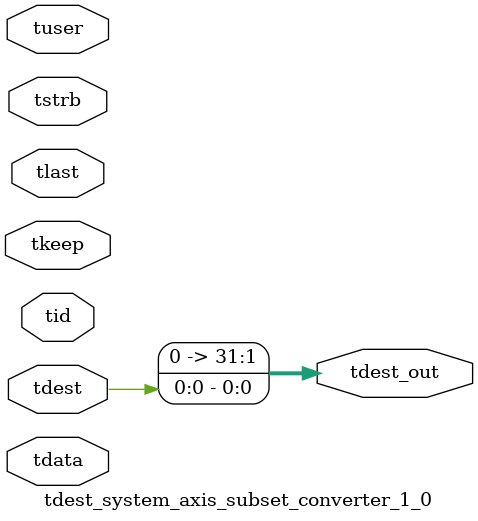
<source format=v>


`timescale 1ps/1ps

module tdest_system_axis_subset_converter_1_0 #
(
parameter C_S_AXIS_TDATA_WIDTH = 32,
parameter C_S_AXIS_TUSER_WIDTH = 0,
parameter C_S_AXIS_TID_WIDTH   = 0,
parameter C_S_AXIS_TDEST_WIDTH = 0,
parameter C_M_AXIS_TDEST_WIDTH = 32
)
(
input  [(C_S_AXIS_TDATA_WIDTH == 0 ? 1 : C_S_AXIS_TDATA_WIDTH)-1:0     ] tdata,
input  [(C_S_AXIS_TUSER_WIDTH == 0 ? 1 : C_S_AXIS_TUSER_WIDTH)-1:0     ] tuser,
input  [(C_S_AXIS_TID_WIDTH   == 0 ? 1 : C_S_AXIS_TID_WIDTH)-1:0       ] tid,
input  [(C_S_AXIS_TDEST_WIDTH == 0 ? 1 : C_S_AXIS_TDEST_WIDTH)-1:0     ] tdest,
input  [(C_S_AXIS_TDATA_WIDTH/8)-1:0 ] tkeep,
input  [(C_S_AXIS_TDATA_WIDTH/8)-1:0 ] tstrb,
input                                                                    tlast,
output [C_M_AXIS_TDEST_WIDTH-1:0] tdest_out
);

assign tdest_out = {tdest[0:0]};

endmodule


</source>
